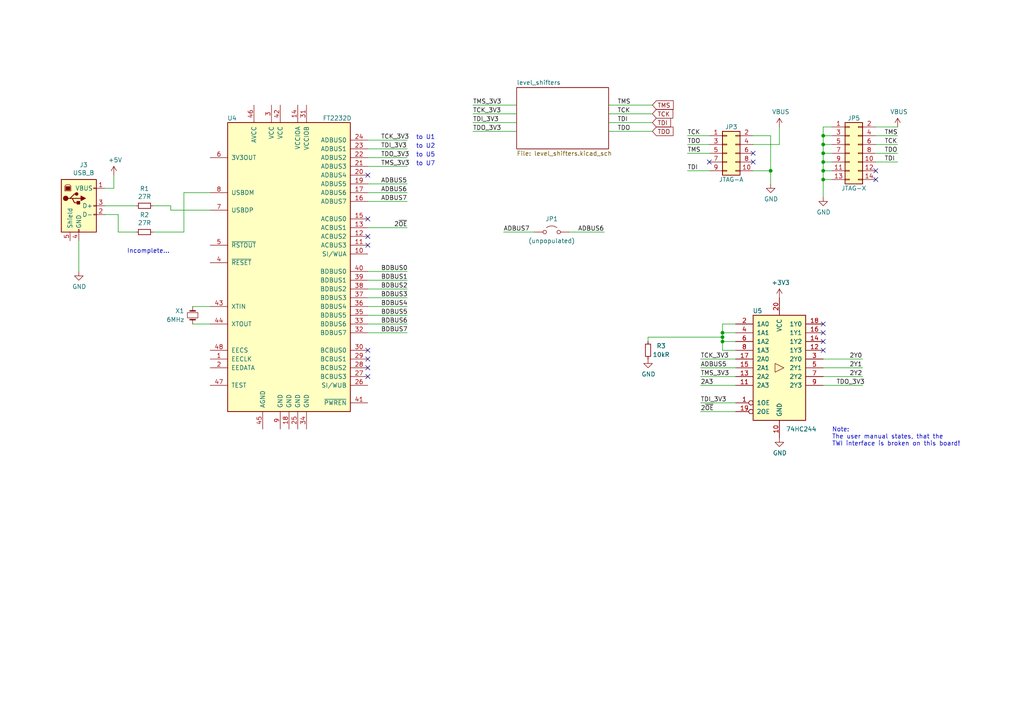
<source format=kicad_sch>
(kicad_sch (version 20231120) (generator "eeschema") (generator_version "8.0")
  (paper "A4")
  (lib_symbols
    (symbol "Connector_Generic:Conn_02x05_Odd_Even" (pin_names (offset 1.016) hide)
      (property "Reference" "J" (at 1.27 7.62 0))
      (property "Value" "Conn_02x05_Odd_Even" (at 1.27 -7.62 0))
      (symbol "Conn_02x05_Odd_Even_1_1"
        (rectangle (start -1.27 -4.953) (end 0 -5.207) (stroke (width 0.1524)))
        (rectangle (start -1.27 -2.413) (end 0 -2.667) (stroke (width 0.1524)))
        (rectangle (start -1.27 0.127) (end 0 -0.127) (stroke (width 0.1524)))
        (rectangle (start -1.27 2.667) (end 0 2.413) (stroke (width 0.1524)))
        (rectangle (start -1.27 5.207) (end 0 4.953) (stroke (width 0.1524)))
        (rectangle (start -1.27 6.35) (end 3.81 -6.35) (stroke (width 0.254)) (fill (type background)))
        (rectangle (start 3.81 -4.953) (end 2.54 -5.207) (stroke (width 0.1524)))
        (rectangle (start 3.81 -2.413) (end 2.54 -2.667) (stroke (width 0.1524)))
        (rectangle (start 3.81 0.127) (end 2.54 -0.127) (stroke (width 0.1524)))
        (rectangle (start 3.81 2.667) (end 2.54 2.413) (stroke (width 0.1524)))
        (rectangle (start 3.81 5.207) (end 2.54 4.953) (stroke (width 0.1524)))
        (pin passive line (at -5.08 5.08 0) (length 3.81) (name "Pin_1") (number "1"))
        (pin passive line (at 7.62 -5.08 180) (length 3.81) (name "Pin_10") (number "10"))
        (pin passive line (at 7.62 5.08 180) (length 3.81) (name "Pin_2") (number "2"))
        (pin passive line (at -5.08 2.54 0) (length 3.81) (name "Pin_3") (number "3"))
        (pin passive line (at 7.62 2.54 180) (length 3.81) (name "Pin_4") (number "4"))
        (pin passive line (at -5.08 0 0) (length 3.81) (name "Pin_5") (number "5"))
        (pin passive line (at 7.62 0 180) (length 3.81) (name "Pin_6") (number "6"))
        (pin passive line (at -5.08 -2.54 0) (length 3.81) (name "Pin_7") (number "7"))
        (pin passive line (at 7.62 -2.54 180) (length 3.81) (name "Pin_8") (number "8"))
        (pin passive line (at -5.08 -5.08 0) (length 3.81) (name "Pin_9") (number "9"))
      )
    )
    (symbol "Connector_Generic:Conn_02x07_Odd_Even" (pin_names (offset 1.016) hide)
      (property "Reference" "J" (at 1.27 10.16 0))
      (property "Value" "Conn_02x07_Odd_Even" (at 1.27 -10.16 0))
      (symbol "Conn_02x07_Odd_Even_1_1"
        (rectangle (start -1.27 -7.493) (end 0 -7.747) (stroke (width 0.1524)))
        (rectangle (start -1.27 -4.953) (end 0 -5.207) (stroke (width 0.1524)))
        (rectangle (start -1.27 -2.413) (end 0 -2.667) (stroke (width 0.1524)))
        (rectangle (start -1.27 0.127) (end 0 -0.127) (stroke (width 0.1524)))
        (rectangle (start -1.27 2.667) (end 0 2.413) (stroke (width 0.1524)))
        (rectangle (start -1.27 5.207) (end 0 4.953) (stroke (width 0.1524)))
        (rectangle (start -1.27 7.747) (end 0 7.493) (stroke (width 0.1524)))
        (rectangle (start -1.27 8.89) (end 3.81 -8.89) (stroke (width 0.254)) (fill (type background)))
        (rectangle (start 3.81 -7.493) (end 2.54 -7.747) (stroke (width 0.1524)))
        (rectangle (start 3.81 -4.953) (end 2.54 -5.207) (stroke (width 0.1524)))
        (rectangle (start 3.81 -2.413) (end 2.54 -2.667) (stroke (width 0.1524)))
        (rectangle (start 3.81 0.127) (end 2.54 -0.127) (stroke (width 0.1524)))
        (rectangle (start 3.81 2.667) (end 2.54 2.413) (stroke (width 0.1524)))
        (rectangle (start 3.81 5.207) (end 2.54 4.953) (stroke (width 0.1524)))
        (rectangle (start 3.81 7.747) (end 2.54 7.493) (stroke (width 0.1524)))
        (pin passive line (at -5.08 7.62 0) (length 3.81) (name "Pin_1") (number "1"))
        (pin passive line (at 7.62 -2.54 180) (length 3.81) (name "Pin_10") (number "10"))
        (pin passive line (at -5.08 -5.08 0) (length 3.81) (name "Pin_11") (number "11"))
        (pin passive line (at 7.62 -5.08 180) (length 3.81) (name "Pin_12") (number "12"))
        (pin passive line (at -5.08 -7.62 0) (length 3.81) (name "Pin_13") (number "13"))
        (pin passive line (at 7.62 -7.62 180) (length 3.81) (name "Pin_14") (number "14"))
        (pin passive line (at 7.62 7.62 180) (length 3.81) (name "Pin_2") (number "2"))
        (pin passive line (at -5.08 5.08 0) (length 3.81) (name "Pin_3") (number "3"))
        (pin passive line (at 7.62 5.08 180) (length 3.81) (name "Pin_4") (number "4"))
        (pin passive line (at -5.08 2.54 0) (length 3.81) (name "Pin_5") (number "5"))
        (pin passive line (at 7.62 2.54 180) (length 3.81) (name "Pin_6") (number "6"))
        (pin passive line (at -5.08 0 0) (length 3.81) (name "Pin_7") (number "7"))
        (pin passive line (at 7.62 0 180) (length 3.81) (name "Pin_8") (number "8"))
        (pin passive line (at -5.08 -2.54 0) (length 3.81) (name "Pin_9") (number "9"))
      )
    )
    (symbol "Device:Crystal_Small" (pin_numbers hide) (pin_names (offset 1.016) hide)
      (property "Reference" "Y" (at 0 2.54 0))
      (property "Value" "Crystal_Small" (at 0 -2.54 0))
      (symbol "Crystal_Small_0_1"
        (rectangle (start -0.762 -1.524) (end 0.762 1.524))
        (polyline (pts (xy -1.27 -0.762) (xy -1.27 0.762)) (stroke (width 0.381)))
        (polyline (pts (xy 1.27 -0.762) (xy 1.27 0.762)) (stroke (width 0.381)))
      )
      (symbol "Crystal_Small_1_1"
        (pin passive line (at -2.54 0 0) (length 1.27) (name "1") (number "1"))
        (pin passive line (at 2.54 0 180) (length 1.27) (name "2") (number "2"))
      )
    )
    (symbol "Device:R_Small" (pin_numbers hide) (pin_names (offset 0.254) hide)
      (property "Reference" "R" (at 0.762 0.508 0))
      (property "Value" "R_Small" (at 0.762 -1.016 0))
      (symbol "R_Small_0_1"
        (rectangle (start -0.762 1.778) (end 0.762 -1.778) (stroke (width 0.2032)))
      )
      (symbol "R_Small_1_1"
        (pin passive line (at 0 2.54 270) (length 0.762) (name "~") (number "1"))
        (pin passive line (at 0 -2.54 90) (length 0.762) (name "~") (number "2"))
      )
    )
    (symbol "Interface_USB:FT2232D" (pin_names (offset 1.016))
      (property "Reference" "U" (at -16.51 44.45 0))
      (property "Value" "FT2232D" (at 13.97 44.45 0))
      (symbol "FT2232D_0_1"
        (rectangle (start -17.78 -40.64) (end 17.78 43.18) (stroke (width 0.254)) (fill (type background)))
      )
      (symbol "FT2232D_1_1"
        (pin output line (at -22.86 -25.4 0) (length 5.08) (name "EECLK") (number "1"))
        (pin bidirectional line (at 22.86 5.08 180) (length 5.08) (name "SI/WUA") (number "10"))
        (pin bidirectional line (at 22.86 7.62 180) (length 5.08) (name "ACBUS3") (number "11"))
        (pin bidirectional line (at 22.86 10.16 180) (length 5.08) (name "ACBUS2") (number "12"))
        (pin bidirectional line (at 22.86 12.7 180) (length 5.08) (name "ACBUS1") (number "13"))
        (pin power_in line (at 2.54 48.26 270) (length 5.08) (name "VCCIOA") (number "14"))
        (pin bidirectional line (at 22.86 15.24 180) (length 5.08) (name "ACBUS0") (number "15"))
        (pin bidirectional line (at 22.86 20.32 180) (length 5.08) (name "ADBUS7") (number "16"))
        (pin bidirectional line (at 22.86 22.86 180) (length 5.08) (name "ADBUS6") (number "17"))
        (pin power_in line (at 0 -45.72 90) (length 5.08) (name "GND") (number "18"))
        (pin bidirectional line (at 22.86 25.4 180) (length 5.08) (name "ADBUS5") (number "19"))
        (pin bidirectional line (at -22.86 -27.94 0) (length 5.08) (name "EEDATA") (number "2"))
        (pin bidirectional line (at 22.86 27.94 180) (length 5.08) (name "ADBUS4") (number "20"))
        (pin bidirectional line (at 22.86 30.48 180) (length 5.08) (name "ADBUS3") (number "21"))
        (pin bidirectional line (at 22.86 33.02 180) (length 5.08) (name "ADBUS2") (number "22"))
        (pin bidirectional line (at 22.86 35.56 180) (length 5.08) (name "ADBUS1") (number "23"))
        (pin bidirectional line (at 22.86 38.1 180) (length 5.08) (name "ADBUS0") (number "24"))
        (pin power_in line (at 2.54 -45.72 90) (length 5.08) (name "GND") (number "25"))
        (pin output line (at 22.86 -33.02 180) (length 5.08) (name "SI/WUB") (number "26"))
        (pin output line (at 22.86 -30.48 180) (length 5.08) (name "BCBUS3") (number "27"))
        (pin output line (at 22.86 -27.94 180) (length 5.08) (name "BCBUS2") (number "28"))
        (pin output line (at 22.86 -25.4 180) (length 5.08) (name "BCBUS1") (number "29"))
        (pin power_in line (at -5.08 48.26 270) (length 5.08) (name "VCC") (number "3"))
        (pin output line (at 22.86 -22.86 180) (length 5.08) (name "BCBUS0") (number "30"))
        (pin power_in line (at 5.08 48.26 270) (length 5.08) (name "VCCIOB") (number "31"))
        (pin output line (at 22.86 -17.78 180) (length 5.08) (name "BDBUS7") (number "32"))
        (pin output line (at 22.86 -15.24 180) (length 5.08) (name "BDBUS6") (number "33"))
        (pin power_in line (at 5.08 -45.72 90) (length 5.08) (name "GND") (number "34"))
        (pin output line (at 22.86 -12.7 180) (length 5.08) (name "BDBUS5") (number "35"))
        (pin output line (at 22.86 -10.16 180) (length 5.08) (name "BDBUS4") (number "36"))
        (pin output line (at 22.86 -7.62 180) (length 5.08) (name "BDBUS3") (number "37"))
        (pin output line (at 22.86 -5.08 180) (length 5.08) (name "BDBUS2") (number "38"))
        (pin output line (at 22.86 -2.54 180) (length 5.08) (name "BDBUS1") (number "39"))
        (pin input line (at -22.86 2.54 0) (length 5.08) (name "~{RESET}") (number "4"))
        (pin output line (at 22.86 0 180) (length 5.08) (name "BDBUS0") (number "40"))
        (pin output line (at 22.86 -38.1 180) (length 5.08) (name "~{PWREN}") (number "41"))
        (pin power_in line (at -2.54 48.26 270) (length 5.08) (name "VCC") (number "42"))
        (pin input line (at -22.86 -10.16 0) (length 5.08) (name "XTIN") (number "43"))
        (pin output line (at -22.86 -15.24 0) (length 5.08) (name "XTOUT") (number "44"))
        (pin power_in line (at -7.62 -45.72 90) (length 5.08) (name "AGND") (number "45"))
        (pin power_in line (at -10.16 48.26 270) (length 5.08) (name "AVCC") (number "46"))
        (pin input line (at -22.86 -33.02 0) (length 5.08) (name "TEST") (number "47"))
        (pin bidirectional line (at -22.86 -22.86 0) (length 5.08) (name "EECS") (number "48"))
        (pin output line (at -22.86 7.62 0) (length 5.08) (name "~{RSTOUT}") (number "5"))
        (pin power_out line (at -22.86 33.02 0) (length 5.08) (name "3V3OUT") (number "6"))
        (pin bidirectional line (at -22.86 17.78 0) (length 5.08) (name "USBDP") (number "7"))
        (pin bidirectional line (at -22.86 22.86 0) (length 5.08) (name "USBDM") (number "8"))
        (pin power_in line (at -2.54 -45.72 90) (length 5.08) (name "GND") (number "9"))
      )
    )
    (symbol "Jumper:Jumper_2_Open" (pin_numbers hide) (pin_names (offset 0) hide) (exclude_from_sim yes)
      (property "Reference" "JP" (at 0 2.794 0))
      (property "Value" "Jumper_2_Open" (at 0 -2.286 0))
      (symbol "Jumper_2_Open_0_0"
        (circle (center -2.032 0) (radius 0.508))
        (circle (center 2.032 0) (radius 0.508))
      )
      (symbol "Jumper_2_Open_0_1"
        (arc (start 1.524 1.27) (mid 0 1.778) (end -1.524 1.27))
      )
      (symbol "Jumper_2_Open_1_1"
        (pin passive line (at -5.08 0 0) (length 2.54) (name "A") (number "1"))
        (pin passive line (at 5.08 0 180) (length 2.54) (name "B") (number "2"))
      )
    )
    (symbol "atmel-atdh1150usb-rescue:+3V3-power" (power) (pin_names (offset 0))
      (property "Value" "power_+3V3" (at 0 3.556 0))
      (symbol "+3V3-power_0_1"
        (polyline (pts (xy -0.762 1.27) (xy 0 2.54)))
        (polyline (pts (xy 0 0) (xy 0 2.54)))
        (polyline (pts (xy 0 2.54) (xy 0.762 1.27)))
      )
      (symbol "+3V3-power_1_1"
        (pin power_in line (at 0 0 90) (length 0) hide (name "+3V3") (number "1"))
      )
    )
    (symbol "atmel-atdh1150usb-rescue:+5V-power" (power) (pin_names (offset 0))
      (property "Value" "power_+5V" (at 0 3.556 0))
      (symbol "+5V-power_0_1"
        (polyline (pts (xy -0.762 1.27) (xy 0 2.54)))
        (polyline (pts (xy 0 0) (xy 0 2.54)))
        (polyline (pts (xy 0 2.54) (xy 0.762 1.27)))
      )
      (symbol "+5V-power_1_1"
        (pin power_in line (at 0 0 90) (length 0) hide (name "+5V") (number "1"))
      )
    )
    (symbol "atmel-atdh1150usb-rescue:74HC244-74xx" (pin_names (offset 1.016))
      (property "Reference" "U" (at -7.62 16.51 0))
      (property "Value" "74xx_74HC244" (at -7.62 -16.51 0))
      (symbol "74HC244-74xx_1_0"
        (polyline (pts (xy 1.27 0) (xy -1.27 1.27) (xy -1.27 -1.27) (xy 1.27 0)) (stroke (width 0.1524)))
        (pin input inverted (at -12.7 -10.16 0) (length 5.08) (name "1OE") (number "1"))
        (pin power_in line (at 0 -20.32 90) (length 5.08) (name "GND") (number "10"))
        (pin input line (at -12.7 -5.08 0) (length 5.08) (name "2A3") (number "11"))
        (pin output line (at 12.7 5.08 180) (length 5.08) (name "1Y3") (number "12"))
        (pin input line (at -12.7 -2.54 0) (length 5.08) (name "2A2") (number "13"))
        (pin output line (at 12.7 7.62 180) (length 5.08) (name "1Y2") (number "14"))
        (pin input line (at -12.7 0 0) (length 5.08) (name "2A1") (number "15"))
        (pin output line (at 12.7 10.16 180) (length 5.08) (name "1Y1") (number "16"))
        (pin input line (at -12.7 2.54 0) (length 5.08) (name "2A0") (number "17"))
        (pin output line (at 12.7 12.7 180) (length 5.08) (name "1Y0") (number "18"))
        (pin input inverted (at -12.7 -12.7 0) (length 5.08) (name "2OE") (number "19"))
        (pin input line (at -12.7 12.7 0) (length 5.08) (name "1A0") (number "2"))
        (pin power_in line (at 0 20.32 270) (length 5.08) (name "VCC") (number "20"))
        (pin output line (at 12.7 2.54 180) (length 5.08) (name "2Y0") (number "3"))
        (pin input line (at -12.7 10.16 0) (length 5.08) (name "1A1") (number "4"))
        (pin output line (at 12.7 0 180) (length 5.08) (name "2Y1") (number "5"))
        (pin input line (at -12.7 7.62 0) (length 5.08) (name "1A2") (number "6"))
        (pin output line (at 12.7 -2.54 180) (length 5.08) (name "2Y2") (number "7"))
        (pin input line (at -12.7 5.08 0) (length 5.08) (name "1A3") (number "8"))
        (pin output line (at 12.7 -5.08 180) (length 5.08) (name "2Y3") (number "9"))
      )
      (symbol "74HC244-74xx_1_1"
        (rectangle (start -7.62 15.24) (end 7.62 -15.24) (stroke (width 0.254)) (fill (type background)))
      )
    )
    (symbol "atmel-atdh1150usb-rescue:GND-power" (power) (pin_names (offset 0))
      (property "Value" "power_GND" (at 0 -3.81 0))
      (symbol "GND-power_0_1"
        (polyline (pts (xy 0 0) (xy 0 -1.27) (xy 1.27 -1.27) (xy 0 -2.54) (xy -1.27 -1.27) (xy 0 -1.27)))
      )
      (symbol "GND-power_1_1"
        (pin power_in line (at 0 0 270) (length 0) hide (name "GND") (number "1"))
      )
    )
    (symbol "atmel-atdh1150usb-rescue:USB_B-Connector" (pin_names (offset 1.016))
      (property "Reference" "J" (at -5.08 11.43 0))
      (property "Value" "Connector_USB_B" (at -5.08 8.89 0))
      (symbol "USB_B-Connector_0_1"
        (rectangle (start -5.08 -7.62) (end 5.08 7.62) (stroke (width 0.254)) (fill (type background)))
        (circle (center -3.81 2.159) (radius 0.635) (stroke (width 0.254)) (fill (type outline)))
        (rectangle (start -3.81 5.588) (end -2.54 4.572) (fill (type outline)))
        (circle (center -0.635 3.429) (radius 0.381) (stroke (width 0.254)) (fill (type outline)))
        (rectangle (start -0.127 -7.62) (end 0.127 -6.858))
        (polyline (pts (xy -1.905 2.159) (xy 0.635 2.159)) (stroke (width 0.254)))
        (polyline (pts (xy -3.175 2.159) (xy -2.54 2.159) (xy -1.27 3.429) (xy -0.635 3.429)) (stroke (width 0.254)))
        (polyline (pts (xy -2.54 2.159) (xy -1.905 2.159) (xy -1.27 0.889) (xy 0 0.889)) (stroke (width 0.254)))
        (polyline (pts (xy 0.635 2.794) (xy 0.635 1.524) (xy 1.905 2.159) (xy 0.635 2.794)) (stroke (width 0.254)) (fill (type outline)))
        (polyline (pts (xy -4.064 4.318) (xy -2.286 4.318) (xy -2.286 5.715) (xy -2.667 6.096) (xy -3.683 6.096) (xy -4.064 5.715) (xy -4.064 4.318)))
        (rectangle (start 0.254 1.27) (end -0.508 0.508) (stroke (width 0.254)) (fill (type outline)))
        (rectangle (start 5.08 -2.667) (end 4.318 -2.413))
        (rectangle (start 5.08 -0.127) (end 4.318 0.127))
        (rectangle (start 5.08 4.953) (end 4.318 5.207))
      )
      (symbol "USB_B-Connector_1_1"
        (pin power_out line (at 7.62 5.08 180) (length 2.54) (name "VBUS") (number "1"))
        (pin passive line (at 7.62 -2.54 180) (length 2.54) (name "D-") (number "2"))
        (pin passive line (at 7.62 0 180) (length 2.54) (name "D+") (number "3"))
        (pin power_out line (at 0 -10.16 90) (length 2.54) (name "GND") (number "4"))
        (pin passive line (at -2.54 -10.16 90) (length 2.54) (name "Shield") (number "5"))
      )
    )
    (symbol "atmel-atdh1150usb-rescue:VBUS-power" (power) (pin_names (offset 0))
      (property "Value" "power_VBUS" (at 0 3.81 0))
      (symbol "VBUS-power_0_1"
        (polyline (pts (xy -0.762 1.27) (xy 0 2.54)))
        (polyline (pts (xy 0 0) (xy 0 2.54)))
        (polyline (pts (xy 0 2.54) (xy 0.762 1.27)))
      )
      (symbol "VBUS-power_1_1"
        (pin power_in line (at 0 0 90) (length 0) hide (name "VBUS") (number "1"))
      )
    )
  )
  (junction (at 238.76 41.91))
  (junction (at 238.76 49.53))
  (junction (at 209.55 96.52))
  (junction (at 238.76 44.45))
  (junction (at 238.76 39.37))
  (junction (at 209.55 99.06))
  (junction (at 238.76 52.07))
  (junction (at 209.55 97.79))
  (junction (at 223.52 49.53))
  (junction (at 238.76 46.99))
  (no_connect (at 106.68 106.68))
  (no_connect (at 218.44 44.45))
  (no_connect (at 205.74 46.99))
  (no_connect (at 106.68 50.8))
  (no_connect (at 238.76 93.98))
  (no_connect (at 254 52.07))
  (no_connect (at 218.44 46.99))
  (no_connect (at 238.76 99.06))
  (no_connect (at 106.68 68.58))
  (no_connect (at 106.68 63.5))
  (no_connect (at 106.68 109.22))
  (no_connect (at 238.76 101.6))
  (no_connect (at 254 49.53))
  (no_connect (at 106.68 101.6))
  (no_connect (at 106.68 71.12))
  (no_connect (at 106.68 104.14))
  (no_connect (at 238.76 96.52))
  (wire (pts (xy 238.76 36.83) (xy 238.76 39.37)))
  (wire (pts (xy 154.94 67.31) (xy 146.05 67.31)))
  (wire (pts (xy 238.76 46.99) (xy 238.76 49.53)))
  (wire (pts (xy 203.2 109.22) (xy 213.36 109.22)))
  (wire (pts (xy 260.35 41.91) (xy 254 41.91)))
  (wire (pts (xy 49.53 59.69) (xy 44.45 59.69)))
  (wire (pts (xy 213.36 116.84) (xy 203.2 116.84)))
  (wire (pts (xy 238.76 44.45) (xy 238.76 46.99)))
  (wire (pts (xy 241.3 39.37) (xy 238.76 39.37)))
  (wire (pts (xy 218.44 49.53) (xy 223.52 49.53)))
  (wire (pts (xy 49.53 60.96) (xy 49.53 59.69)))
  (wire (pts (xy 209.55 96.52) (xy 209.55 97.79)))
  (wire (pts (xy 241.3 49.53) (xy 238.76 49.53)))
  (wire (pts (xy 260.35 39.37) (xy 254 39.37)))
  (wire (pts (xy 209.55 99.06) (xy 209.55 101.6)))
  (wire (pts (xy 53.34 55.88) (xy 60.96 55.88)))
  (wire (pts (xy 55.88 88.9) (xy 60.96 88.9)))
  (wire (pts (xy 44.45 67.31) (xy 53.34 67.31)))
  (wire (pts (xy 209.55 97.79) (xy 209.55 99.06)))
  (wire (pts (xy 106.68 91.44) (xy 118.11 91.44)))
  (wire (pts (xy 209.55 93.98) (xy 209.55 96.52)))
  (wire (pts (xy 238.76 106.68) (xy 250.19 106.68)))
  (wire (pts (xy 22.86 78.74) (xy 22.86 69.85)))
  (wire (pts (xy 218.44 41.91) (xy 226.06 41.91)))
  (wire (pts (xy 149.86 33.02) (xy 137.16 33.02)))
  (wire (pts (xy 106.68 81.28) (xy 118.11 81.28)))
  (wire (pts (xy 106.68 78.74) (xy 118.11 78.74)))
  (wire (pts (xy 39.37 59.69) (xy 30.48 59.69)))
  (wire (pts (xy 34.29 67.31) (xy 39.37 67.31)))
  (wire (pts (xy 106.68 48.26) (xy 118.11 48.26)))
  (wire (pts (xy 106.68 93.98) (xy 118.11 93.98)))
  (wire (pts (xy 205.74 44.45) (xy 199.39 44.45)))
  (wire (pts (xy 106.68 45.72) (xy 118.11 45.72)))
  (wire (pts (xy 187.96 99.06) (xy 187.96 97.79)))
  (wire (pts (xy 106.68 53.34) (xy 118.11 53.34)))
  (wire (pts (xy 106.68 86.36) (xy 118.11 86.36)))
  (wire (pts (xy 213.36 96.52) (xy 209.55 96.52)))
  (wire (pts (xy 238.76 39.37) (xy 238.76 41.91)))
  (wire (pts (xy 176.53 33.02) (xy 189.23 33.02)))
  (wire (pts (xy 176.53 38.1) (xy 189.23 38.1)))
  (wire (pts (xy 149.86 38.1) (xy 137.16 38.1)))
  (wire (pts (xy 238.76 52.07) (xy 238.76 57.15)))
  (wire (pts (xy 106.68 96.52) (xy 118.11 96.52)))
  (wire (pts (xy 218.44 39.37) (xy 223.52 39.37)))
  (wire (pts (xy 34.29 62.23) (xy 34.29 67.31)))
  (wire (pts (xy 254 36.83) (xy 260.35 36.83)))
  (wire (pts (xy 176.53 35.56) (xy 189.23 35.56)))
  (wire (pts (xy 149.86 35.56) (xy 137.16 35.56)))
  (wire (pts (xy 60.96 93.98) (xy 55.88 93.98)))
  (wire (pts (xy 106.68 66.04) (xy 118.11 66.04)))
  (wire (pts (xy 213.36 111.76) (xy 203.2 111.76)))
  (wire (pts (xy 53.34 67.31) (xy 53.34 55.88)))
  (wire (pts (xy 213.36 93.98) (xy 209.55 93.98)))
  (wire (pts (xy 241.3 52.07) (xy 238.76 52.07)))
  (wire (pts (xy 238.76 111.76) (xy 250.19 111.76)))
  (wire (pts (xy 30.48 54.61) (xy 33.02 54.61)))
  (wire (pts (xy 241.3 46.99) (xy 238.76 46.99)))
  (wire (pts (xy 187.96 97.79) (xy 209.55 97.79)))
  (wire (pts (xy 106.68 83.82) (xy 118.11 83.82)))
  (wire (pts (xy 238.76 109.22) (xy 250.19 109.22)))
  (wire (pts (xy 106.68 40.64) (xy 118.11 40.64)))
  (wire (pts (xy 260.35 44.45) (xy 254 44.45)))
  (wire (pts (xy 213.36 119.38) (xy 203.2 119.38)))
  (wire (pts (xy 223.52 49.53) (xy 223.52 53.34)))
  (wire (pts (xy 205.74 41.91) (xy 199.39 41.91)))
  (wire (pts (xy 213.36 104.14) (xy 203.2 104.14)))
  (wire (pts (xy 226.06 41.91) (xy 226.06 36.83)))
  (wire (pts (xy 213.36 106.68) (xy 203.2 106.68)))
  (wire (pts (xy 241.3 36.83) (xy 238.76 36.83)))
  (wire (pts (xy 60.96 60.96) (xy 49.53 60.96)))
  (wire (pts (xy 205.74 39.37) (xy 199.39 39.37)))
  (wire (pts (xy 106.68 88.9) (xy 118.11 88.9)))
  (wire (pts (xy 106.68 43.18) (xy 118.11 43.18)))
  (wire (pts (xy 30.48 62.23) (xy 34.29 62.23)))
  (wire (pts (xy 33.02 54.61) (xy 33.02 50.8)))
  (wire (pts (xy 238.76 49.53) (xy 238.76 52.07)))
  (wire (pts (xy 241.3 44.45) (xy 238.76 44.45)))
  (wire (pts (xy 241.3 41.91) (xy 238.76 41.91)))
  (wire (pts (xy 176.53 30.48) (xy 189.23 30.48)))
  (wire (pts (xy 106.68 55.88) (xy 118.11 55.88)))
  (wire (pts (xy 209.55 101.6) (xy 213.36 101.6)))
  (wire (pts (xy 238.76 104.14) (xy 250.19 104.14)))
  (wire (pts (xy 106.68 58.42) (xy 118.11 58.42)))
  (wire (pts (xy 165.1 67.31) (xy 175.26 67.31)))
  (wire (pts (xy 238.76 41.91) (xy 238.76 44.45)))
  (wire (pts (xy 213.36 99.06) (xy 209.55 99.06)))
  (wire (pts (xy 260.35 46.99) (xy 254 46.99)))
  (wire (pts (xy 223.52 39.37) (xy 223.52 49.53)))
  (wire (pts (xy 205.74 49.53) (xy 199.39 49.53)))
  (wire (pts (xy 149.86 30.48) (xy 137.16 30.48)))
  (text "Incomplete..." (at 36.83 73.66 0) (effects (font (size 1.27 1.27)) (justify left bottom)))
  (text "to U2" (at 120.65 43.18 0) (effects (font (size 1.27 1.27)) (justify left bottom)))
  (text "to U7" (at 120.65 48.26 0) (effects (font (size 1.27 1.27)) (justify left bottom)))
  (text "to U5" (at 120.65 45.72 0) (effects (font (size 1.27 1.27)) (justify left bottom)))
  (text "to U1" (at 120.65 40.64 0) (effects (font (size 1.27 1.27)) (justify left bottom)))
  (text "Note:\nThe user manual states, that the\nTWI interface is broken on this board!" (at 241.3 129.54 0) (effects (font (size 1.27 1.27)) (justify left bottom)))
  (label "ADBUS7" (at 146.05 67.31 0))
  (label "BDBUS4" (at 110.49 88.9 0))
  (label "BDBUS5" (at 110.49 91.44 0))
  (label "TDI_3V3" (at 203.2 116.84 0))
  (label "TDI_3V3" (at 137.16 35.56 0))
  (label "TDI" (at 256.54 46.99 0))
  (label "2Y1" (at 246.38 106.68 0))
  (label "BDBUS3" (at 110.49 86.36 0))
  (label "TDI" (at 199.39 49.53 0))
  (label "TCK" (at 256.54 41.91 0))
  (label "TMS_3V3" (at 203.2 109.22 0))
  (label "TDO_3V3" (at 137.16 38.1 0))
  (label "TMS" (at 256.54 39.37 0))
  (label "TDI" (at 179.07 35.56 0))
  (label "TDO" (at 199.39 41.91 0))
  (label "TDO" (at 179.07 38.1 0))
  (label "BDBUS0" (at 110.49 78.74 0))
  (label "2Y2" (at 246.38 109.22 0))
  (label "ADBUS5" (at 203.2 106.68 0))
  (label "TMS" (at 179.07 30.48 0))
  (label "TMS" (at 199.39 44.45 0))
  (label "ADBUS6" (at 110.49 55.88 0))
  (label "2A3" (at 203.2 111.76 0))
  (label "BDBUS1" (at 110.49 81.28 0))
  (label "ADBUS5" (at 110.49 53.34 0))
  (label "BDBUS2" (at 110.49 83.82 0))
  (label "TCK" (at 199.39 39.37 0))
  (label "TCK" (at 179.07 33.02 0))
  (label "TDI_3V3" (at 110.49 43.18 0))
  (label "ADBUS6" (at 167.64 67.31 0))
  (label "TDO" (at 256.54 44.45 0))
  (label "TCK_3V3" (at 203.2 104.14 0))
  (label "2~{OE}" (at 114.3 66.04 0))
  (label "TDO_3V3" (at 242.57 111.76 0))
  (label "2Y0" (at 246.38 104.14 0))
  (label "TMS_3V3" (at 110.49 48.26 0))
  (label "TCK_3V3" (at 137.16 33.02 0))
  (label "TDO_3V3" (at 110.49 45.72 0))
  (label "TMS_3V3" (at 137.16 30.48 0))
  (label "TCK_3V3" (at 110.49 40.64 0))
  (label "BDBUS6" (at 110.49 93.98 0))
  (label "2~{OE}" (at 203.2 119.38 0))
  (label "BDBUS7" (at 110.49 96.52 0))
  (label "ADBUS7" (at 110.49 58.42 0))
  (global_label "TCK" (shape input) (at 189.23 33.02 0) (property "Intersheetrefs" "${INTERSHEET_REFS}" (effects (hide yes))))
  (global_label "TMS" (shape input) (at 189.23 30.48 0) (property "Intersheetrefs" "${INTERSHEET_REFS}" (effects (hide yes))))
  (global_label "TDI" (shape input) (at 189.23 35.56 0) (property "Intersheetrefs" "${INTERSHEET_REFS}" (effects (hide yes))))
  (global_label "TDO" (shape input) (at 189.23 38.1 0) (property "Intersheetrefs" "${INTERSHEET_REFS}" (effects (hide yes))))
  (symbol (lib_id "atmel-atdh1150usb-rescue:GND-power") (at 223.52 53.34 0) (unit 1)
    (property "Reference" "#PWR041" (effects (hide yes)))
    (property "Value" "GND" (at 223.647 57.7342 0))
  )
  (symbol (lib_id "atmel-atdh1150usb-rescue:VBUS-power") (at 226.06 36.83 0) (unit 1)
    (property "Reference" "#PWR042" (effects (hide yes)))
    (property "Value" "VBUS" (at 226.441 32.4358 0))
  )
  (symbol (lib_id "Connector_Generic:Conn_02x07_Odd_Even") (at 246.38 44.45 0) (unit 1)
    (property "Reference" "JP5" (at 247.65 34.29 0))
    (property "Value" "JTAG-X" (at 247.65 54.61 0))
  )
  (symbol (lib_id "atmel-atdh1150usb-rescue:GND-power") (at 22.86 78.74 0) (unit 1)
    (property "Reference" "#PWR033" (effects (hide yes)))
    (property "Value" "GND" (at 22.987 83.1342 0))
  )
  (symbol (lib_id "atmel-atdh1150usb-rescue:GND-power") (at 187.96 104.14 0) (unit 1)
    (property "Reference" "#PWR035" (effects (hide yes)))
    (property "Value" "GND" (at 188.087 108.5342 0))
  )
  (symbol (lib_id "Device:R_Small") (at 41.91 59.69 270) (unit 1)
    (property "Reference" "R1" (at 41.91 54.7116 90))
    (property "Value" "27R" (at 41.91 57.023 90))
  )
  (symbol (lib_id "atmel-atdh1150usb-rescue:74HC244-74xx") (at 226.06 106.68 0) (unit 1)
    (property "Reference" "U5" (at 219.71 90.17 0))
    (property "Value" "74HC244" (at 232.41 124.46 0))
    (property "Datasheet" "http://www.nxp.com/documents/data_sheet/74HC_HCT244.pdf" (effects (hide yes)))
  )
  (symbol (lib_id "Device:R_Small") (at 187.96 101.6 180) (unit 1)
    (property "Reference" "R3" (at 191.77 100.33 0))
    (property "Value" "10kR" (at 191.77 102.87 0))
  )
  (symbol (lib_id "atmel-atdh1150usb-rescue:GND-power") (at 238.76 57.15 0) (unit 1)
    (property "Reference" "#PWR044" (effects (hide yes)))
    (property "Value" "GND" (at 238.887 61.5442 0))
  )
  (symbol (lib_id "Interface_USB:FT2232D") (at 83.82 78.74 0) (unit 1)
    (property "Reference" "U4" (at 67.31 34.29 0))
    (property "Value" "FT2232D" (at 97.79 34.29 0))
    (property "Footprint" "Package_QFP:LQFP-48_7x7mm_P0.5mm" (effects (hide yes)))
    (property "Datasheet" "http://www.ftdichip.com/Support/Documents/DataSheets/ICs/DS_FT2232D.pdf" (effects (hide yes)))
  )
  (symbol (lib_id "atmel-atdh1150usb-rescue:GND-power") (at 226.06 127 0) (unit 1)
    (property "Reference" "#PWR038" (effects (hide yes)))
    (property "Value" "GND" (at 226.187 131.3942 0))
  )
  (symbol (lib_id "Device:R_Small") (at 41.91 67.31 270) (unit 1)
    (property "Reference" "R2" (at 41.91 62.3316 90))
    (property "Value" "27R" (at 41.91 64.643 90))
  )
  (symbol (lib_id "atmel-atdh1150usb-rescue:VBUS-power") (at 260.35 36.83 0) (unit 1)
    (property "Reference" "#PWR046" (effects (hide yes)))
    (property "Value" "VBUS" (at 260.731 32.4358 0))
  )
  (symbol (lib_id "atmel-atdh1150usb-rescue:+3V3-power") (at 226.06 86.36 0) (unit 1)
    (property "Reference" "#PWR037" (effects (hide yes)))
    (property "Value" "+3V3" (at 226.441 81.9658 0))
  )
  (symbol (lib_id "atmel-atdh1150usb-rescue:USB_B-Connector") (at 22.86 59.69 0) (unit 1)
    (property "Reference" "J3" (at 24.257 47.8282 0))
    (property "Value" "USB_B" (at 24.257 50.1396 0))
    (property "Datasheet" " ~" (effects (hide yes)))
  )
  (symbol (lib_id "Device:Crystal_Small") (at 55.88 91.44 270) (unit 1)
    (property "Reference" "X1" (at 50.8 90.17 90) (effects (justify left)))
    (property "Value" "6MHz" (at 48.26 92.71 90) (effects (justify left)))
  )
  (symbol (lib_id "atmel-atdh1150usb-rescue:+5V-power") (at 33.02 50.8 0) (unit 1)
    (property "Reference" "#PWR034" (effects (hide yes)))
    (property "Value" "+5V" (at 33.401 46.4058 0))
  )
  (symbol (lib_id "Jumper:Jumper_2_Open") (at 160.02 67.31 0) (unit 1)
    (property "Reference" "JP1" (at 160.02 63.5 0))
    (property "Value" "(unpopulated)" (at 160.02 69.85 0))
  )
  (symbol (lib_id "Connector_Generic:Conn_02x05_Odd_Even") (at 210.82 44.45 0) (unit 1)
    (property "Reference" "JP3" (at 212.09 36.83 0))
    (property "Value" "JTAG-A" (at 212.09 52.07 0))
  )
  (sheet (at 149.86 25.4) (size 26.67 17.78) (stroke (width 0.1524))
    (property "Sheetname" "level_shifters" (at 149.86 24.6884 0) (effects (justify left bottom)))
    (property "Sheetfile" "level_shifters.kicad_sch" (at 149.86 43.7646 0) (effects (justify left top)))
  )
)
</source>
